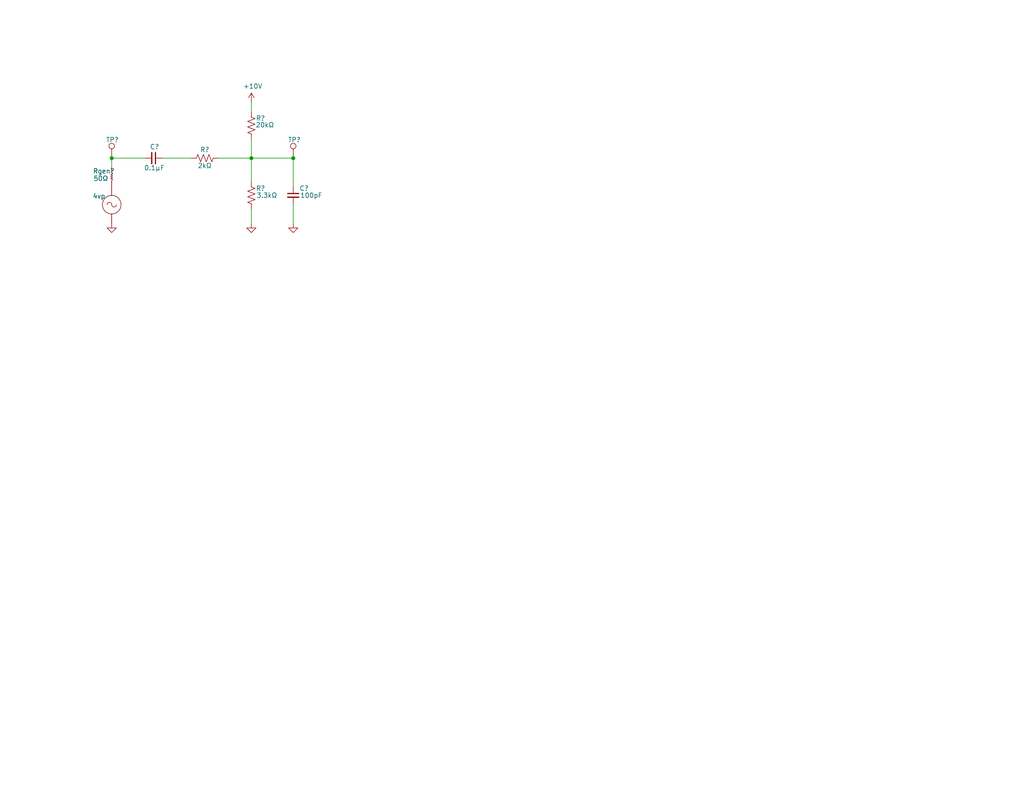
<source format=kicad_sch>
(kicad_sch (version 20211123) (generator eeschema)
  (paper "USLetter")
  (title_block (title "AC/DC") (date "2020-01-06") (rev "Rev 1.0") (company "Tim Rossiter") (comment 1 "RCET0165") (comment 2 "Spring") (comment 3 "2020"))
  (lib_symbols
    (symbol "S2020-rescue:+10V-power" (power) (pin_names (offset 0))
      (property "Value" "+10V-power" (at 0 3.556 0))
      (symbol "+10V-power_0_1"
        (polyline (pts (xy -0.762 1.27) (xy 0 2.54)))
        (polyline (pts (xy 0 0) (xy 0 2.54)))
        (polyline (pts (xy 0 2.54) (xy 0.762 1.27)))
      )
      (symbol "+10V-power_1_1"
        (pin power_in line (at 0 0 90) (length 0) hide (name "+10V") (number "1"))
      )
    )
    (symbol "S2020-rescue:C_Small-Device" (pin_numbers hide) (pin_names (offset 0.254) hide)
      (property "Reference" "C" (at 0.254 1.778 0))
      (property "Value" "C_Small-Device" (at 0.254 -2.032 0))
      (symbol "C_Small-Device_0_1"
        (polyline (pts (xy -1.524 -0.508) (xy 1.524 -0.508)) (stroke (width 0.3302)))
        (polyline (pts (xy -1.524 0.508) (xy 1.524 0.508)) (stroke (width 0.3048)))
      )
      (symbol "C_Small-Device_1_1"
        (pin passive line (at 0 2.54 270) (length 2.032) (name "~") (number "1"))
        (pin passive line (at 0 -2.54 90) (length 2.032) (name "~") (number "2"))
      )
    )
    (symbol "S2020-rescue:GND-power" (power) (pin_names (offset 0))
      (property "Value" "GND-power" (at 0 -3.81 0))
      (symbol "GND-power_0_1"
        (polyline (pts (xy 0 0) (xy 0 -1.27) (xy 1.27 -1.27) (xy 0 -2.54) (xy -1.27 -1.27) (xy 0 -1.27)))
      )
      (symbol "GND-power_1_1"
        (pin power_in line (at 0 0 270) (length 0) hide (name "GND") (number "1"))
      )
    )
    (symbol "S2020-rescue:R_US-Device" (pin_numbers hide) (pin_names (offset 0))
      (property "Reference" "R" (at 2.54 0 90))
      (property "Value" "R_US-Device" (at -2.54 0 90))
      (symbol "R_US-Device_0_1"
        (polyline (pts (xy 0 -2.286) (xy 0 -2.54)))
        (polyline (pts (xy 0 2.286) (xy 0 2.54)))
        (polyline (pts (xy 0 -0.762) (xy 1.016 -1.143) (xy 0 -1.524) (xy -1.016 -1.905) (xy 0 -2.286)))
        (polyline (pts (xy 0 0.762) (xy 1.016 0.381) (xy 0 0) (xy -1.016 -0.381) (xy 0 -0.762)))
        (polyline (pts (xy 0 2.286) (xy 1.016 1.905) (xy 0 1.524) (xy -1.016 1.143) (xy 0 0.762)))
      )
      (symbol "R_US-Device_1_1"
        (pin passive line (at 0 3.81 270) (length 1.27) (name "~") (number "1"))
        (pin passive line (at 0 -3.81 90) (length 1.27) (name "~") (number "2"))
      )
    )
    (symbol "S2020-rescue:Rgen-00TJR" (pin_numbers hide) (pin_names (offset 0))
      (property "Reference" "R" (at -1.778 -0.508 0))
      (property "Value" "Rgen-00TJR" (at -2.54 1.524 0))
      (symbol "Rgen-00TJR_0_1"
        (polyline (pts (xy 0 -1.016) (xy 0 -1.397)))
        (polyline (pts (xy 0 1.016) (xy 0 1.27)))
        (polyline (pts (xy 0.254 0.762) (xy 0 1.016)))
        (polyline (pts (xy 0.254 0.762) (xy -0.254 0.508) (xy 0.254 0.254) (xy -0.254 0) (xy 0.254 -0.254) (xy -0.254 -0.508) (xy 0.254 -0.762) (xy 0 -1.016)))
      )
      (symbol "Rgen-00TJR_1_1"
        (pin passive line (at 0 2.54 270) (length 1.27) (name "~") (number "1"))
        (pin passive line (at 0 -2.54 90) (length 1.27) (name "~") (number "2"))
      )
    )
    (symbol "S2020-rescue:TestPoint-Connector" (pin_numbers hide) (pin_names (offset 0.762) hide)
      (property "Reference" "TP" (at 0 6.858 0))
      (property "Value" "TestPoint-Connector" (at 0 5.08 0))
      (symbol "TestPoint-Connector_0_1"
        (circle (center 0 3.302) (radius 0.762))
      )
      (symbol "TestPoint-Connector_1_1"
        (pin passive line (at 0 0 90) (length 2.54) (name "1") (number "1"))
      )
    )
    (symbol "S2020-rescue:Vgen-00TJR" (pin_numbers hide) (pin_names (offset 0))
      (property "Reference" "G" (at -4.8768 1.3462 0))
      (property "Value" "Vgen-00TJR" (at -4.8514 3.429 0))
      (symbol "Vgen-00TJR_0_1"
        (arc (start 0 0) (mid -0.635 0.635) (end -1.27 0))
        (arc (start 0 0) (mid 0.635 -0.635) (end 1.27 0))
        (circle (center 0 0) (radius 2.54))
      )
      (symbol "Vgen-00TJR_1_1"
        (pin passive line (at 0 5.08 270) (length 2.54) (name "~") (number "1"))
        (pin passive line (at 0 -5.08 90) (length 2.54) (name "~") (number "2"))
      )
    )
  )
  (junction (at 68.58 43.18))
  (junction (at 30.48 43.18))
  (junction (at 441.96 80.01))
  (junction (at 80.01 43.18))
  (wire (pts (xy 396.24 80.01) (xy 363.22 80.01)))
  (wire (pts (xy 454.66 80.01) (xy 454.66 82.55)))
  (wire (pts (xy 396.24 82.55) (xy 396.24 80.01)))
  (wire (pts (xy 416.56 80.01) (xy 441.96 80.01)))
  (wire (pts (xy 44.45 43.18) (xy 52.07 43.18)))
  (wire (pts (xy 80.01 55.88) (xy 80.01 60.96)))
  (wire (pts (xy 68.58 43.18) (xy 68.58 49.53)))
  (wire (pts (xy 30.48 43.18) (xy 39.37 43.18)))
  (wire (pts (xy 80.01 43.18) (xy 80.01 50.8)))
  (wire (pts (xy 441.96 80.01) (xy 454.66 80.01)))
  (wire (pts (xy 363.22 80.01) (xy 363.22 82.55)))
  (wire (pts (xy 68.58 27.94) (xy 68.58 30.48)))
  (wire (pts (xy 68.58 38.1) (xy 68.58 43.18)))
  (wire (pts (xy 441.96 80.01) (xy 378.46 41.91)))
  (wire (pts (xy 30.48 43.18) (xy 30.48 45.72)))
  (wire (pts (xy 59.69 43.18) (xy 68.58 43.18)))
  (wire (pts (xy 416.56 82.55) (xy 416.56 80.01)))
  (wire (pts (xy 68.58 57.15) (xy 68.58 60.96)))
  (wire (pts (xy 68.58 43.18) (xy 80.01 43.18)))
  (wire (pts (xy 378.46 118.11) (xy 441.96 80.01)))
  (wire (pts (xy 378.46 41.91) (xy 378.46 118.11)))
  (symbol (lib_id "S2020-rescue:R_US-Device") (at 68.58 34.29 0) (unit 1)
    (property "Reference" "R?" (at 69.7992 32.2834 0) (effects (justify left)))
    (property "Value" "20kΩ" (at 69.723 34.1122 0) (effects (justify left)))
  )
  (symbol (lib_id "S2020-rescue:C_Small-Device") (at 41.91 43.18 270) (unit 1)
    (property "Reference" "C?" (at 40.894 40.0812 90) (effects (justify left)))
    (property "Value" "0.1µF" (at 39.2938 45.8216 90) (effects (justify left)))
  )
  (symbol (lib_id "S2020-rescue:GND-power") (at 68.58 60.96 0) (unit 1)
    (property "Reference" "#PWR?" (effects hide))
    (property "Value" "GND" (effects hide))
  )
  (symbol (lib_id "S2020-rescue:R_US-Device") (at 68.58 53.34 0) (unit 1)
    (property "Reference" "R?" (at 69.7992 51.435 0) (effects (justify left)))
    (property "Value" "3.3kΩ" (at 69.9516 53.34 0) (effects (justify left)))
  )
  (symbol (lib_id "S2020-rescue:C_Small-Device") (at 80.01 53.34 0) (unit 1)
    (property "Reference" "C?" (at 81.6864 51.435 0) (effects (justify left)))
    (property "Value" "100pF" (at 81.8896 53.34 0) (effects (justify left)))
  )
  (symbol (lib_id "S2020-rescue:Vgen-00TJR") (at 30.48 55.88 0) (unit 1)
    (property "Reference" "G?" (effects hide))
    (property "Value" "4vp" (at 25.2476 53.5432 0) (effects (justify left)))
  )
  (symbol (lib_id "S2020-rescue:GND-power") (at 30.48 60.96 0) (unit 1)
    (property "Reference" "#PWR?" (effects hide))
    (property "Value" "GND" (effects hide))
  )
  (symbol (lib_id "S2020-rescue:GND-power") (at 80.01 60.96 0) (unit 1)
    (property "Reference" "#PWR?" (effects hide))
    (property "Value" "GND" (effects hide))
  )
  (symbol (lib_id "S2020-rescue:Rgen-00TJR") (at 30.48 48.26 0) (unit 1)
    (property "Reference" "Rgen?" (at 25.3238 46.7106 0) (effects (justify left)))
    (property "Value" "50Ω" (at 25.4762 48.7426 0) (effects (justify left)))
  )
  (symbol (lib_id "S2020-rescue:TestPoint-Connector") (at 30.48 43.18 0) (unit 1)
    (property "Reference" "TP?" (at 28.8798 38.1762 0) (effects (justify left)))
    (property "Value" "TestPoint" (effects hide))
  )
  (symbol (lib_id "S2020-rescue:TestPoint-Connector") (at 80.01 43.18 0) (unit 1)
    (property "Reference" "TP?" (at 78.5368 38.1762 0) (effects (justify left)))
    (property "Value" "TestPoint" (effects hide))
  )
  (symbol (lib_id "S2020-rescue:R_US-Device") (at 55.88 43.18 270) (unit 1)
    (property "Reference" "R?" (at 54.5846 40.8686 90) (effects (justify left)))
    (property "Value" "2kΩ" (at 53.9242 45.2374 90) (effects (justify left)))
  )
  (symbol (lib_id "S2020-rescue:+10V-power") (at 68.58 27.94 0) (unit 1)
    (property "Reference" "#PWR?" (effects hide))
    (property "Value" "+10V" (at 68.961 23.5458 0))
  )
  (symbol (lib_id "S2020-rescue:R_US-Device") (at 416.56 86.36 0) (unit 1)
    (property "Reference" "R?" (effects hide))
    (property "Value" "3.3kΩ" (effects hide))
  )
  (symbol (lib_id "S2020-rescue:GND-power") (at 416.56 90.17 0) (unit 1)
    (property "Reference" "#PWR?" (effects hide))
    (property "Value" "GND" (effects hide))
  )
  (symbol (lib_id "S2020-rescue:R_US-Device") (at 396.24 86.36 0) (unit 1)
    (property "Reference" "R?" (effects hide))
    (property "Value" "3.3kΩ" (effects hide))
  )
  (symbol (lib_id "S2020-rescue:GND-power") (at 396.24 90.17 0) (unit 1)
    (property "Reference" "#PWR?" (effects hide))
    (property "Value" "GND" (effects hide))
  )
  (symbol (lib_id "S2020-rescue:R_US-Device") (at 363.22 86.36 0) (unit 1)
    (property "Reference" "R?" (effects hide))
    (property "Value" "3.3kΩ" (effects hide))
  )
  (symbol (lib_id "S2020-rescue:R_US-Device") (at 454.66 86.36 0) (unit 1)
    (property "Reference" "R?" (effects hide))
    (property "Value" "3.3kΩ" (effects hide))
  )
  (symbol (lib_id "S2020-rescue:GND-power") (at 363.22 90.17 0) (unit 1)
    (property "Reference" "#PWR?" (effects hide))
    (property "Value" "GND" (effects hide))
  )
  (symbol (lib_id "S2020-rescue:GND-power") (at 454.66 90.17 0) (unit 1)
    (property "Reference" "#PWR?" (effects hide))
    (property "Value" "GND" (effects hide))
  )
  (sheet (at 66.04 229.87) (size 55.88 34.29)
    (property "Sheet name" "PowerSupply" (at 66.04 229.1584 0) (effects (justify left bottom)))
    (property "Sheet file" "PowerSupply.kicad_sch" (at 66.04 264.7446 0) (effects (justify left top)))
  )
  (sheet (at 2.54 229.87) (size 49.53 35.56)
    (property "Sheet name" "Clipper" (at 2.54 229.1584 0) (effects (justify left bottom)))
    (property "Sheet file" "Clipper.kicad_sch" (at 2.54 266.0146 0) (effects (justify left top)))
  )
  (sheet (at 137.16 231.14) (size 55.88 33.02)
    (property "Sheet name" "Clampers" (at 137.16 230.4284 0) (effects (justify left bottom)))
    (property "Sheet file" "Clampers.kicad_sch" (at 137.16 264.7446 0) (effects (justify left top)))
  )
  (sheet (at 208.28 231.14) (size 54.61 33.02)
    (property "Sheet name" "Voltage Multipliers" (at 208.28 230.4284 0) (effects (justify left bottom)))
    (property "Sheet file" "Voltage Multipliers.kicad_sch" (at 208.28 264.7446 0) (effects (justify left top)))
  )
  (sheet (at 3.5814 279.2984) (size 48.3616 33.3248)
    (property "Sheet name" "BJT-Bias" (at 3.5814 278.5868 0) (effects (justify left bottom)))
    (property "Sheet file" "BJT-Bias.kicad_sch" (at 3.5814 313.2078 0) (effects (justify left top)))
  )
  (sheet (at 60.96 279.4) (size 59.69 34.29)
    (property "Sheet name" "Sheet5E34225A" (at 60.96 278.6884 0) (effects (justify left bottom)))
    (property "Sheet file" "BJT-Amps.kicad_sch" (at 60.96 314.2746 0) (effects (justify left top)))
  )
  (sheet (at 138.43 280.67) (size 54.61 31.75)
    (property "Sheet name" "Sheet5E4413BA" (at 138.43 279.9584 0) (effects (justify left bottom)))
    (property "Sheet file" "FET.kicad_sch" (at 138.43 313.0046 0) (effects (justify left top)))
  )
  (sheet (at 204.47 280.67) (size 63.5 36.83)
    (property "Sheet name" "opamps" (at 204.47 279.9584 0) (effects (justify left bottom)))
    (property "Sheet file" "opamps.kicad_sch" (at 204.47 318.0846 0) (effects (justify left top)))
  )
  (sheet (at 2.54 328.93) (size 49.53 33.02)
    (property "Sheet name" "Sheet5E5F07CF" (at 2.54 328.2184 0) (effects (justify left bottom)))
    (property "Sheet file" "Switching.kicad_sch" (at 2.54 362.5346 0) (effects (justify left top)))
  )
  (sheet (at 62.23 328.93) (size 58.42 34.29)
    (property "Sheet name" "BasicGates" (at 62.23 328.2184 0) (effects (justify left bottom)))
    (property "Sheet file" "file5E6D26B7.kicad_sch" (at 62.23 363.8046 0) (effects (justify left top)))
  )
  (sheet (at 132.08 328.93) (size 59.69 35.56)
    (property "Sheet name" "Sheet5E9111AA" (at 132.08 328.2184 0) (effects (justify left bottom)))
    (property "Sheet file" "stuff.kicad_sch" (at 132.08 365.0746 0) (effects (justify left top)))
  )
  (sheet (at 204.47 328.93) (size 58.42 35.56)
    (property "Sheet name" "temp" (at 204.47 328.2184 0) (effects (justify left bottom)))
    (property "Sheet file" "temp.kicad_sch" (at 204.47 365.0746 0) (effects (justify left top)))
  )
)
</source>
